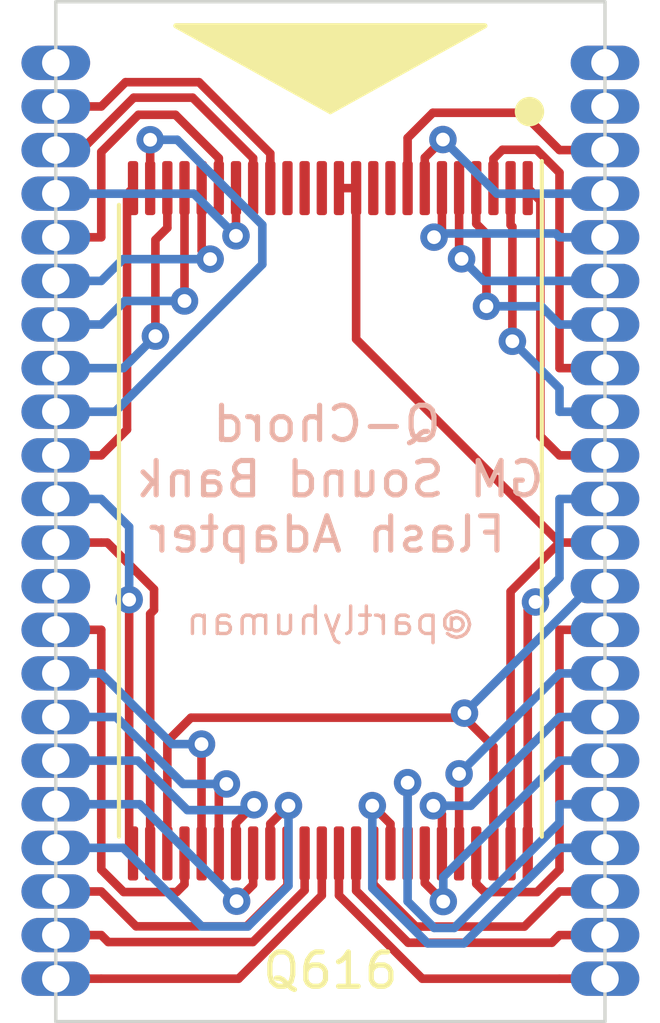
<source format=kicad_pcb>
(kicad_pcb (version 20221018) (generator pcbnew)
  (layers (0 "F.Cu" signal) (31 "B.Cu" signal) (34 "B.Paste" user) (35 "F.Paste" user) (36 "B.SilkS" user "B.Silkscreen") (37 "F.SilkS" user "F.Silkscreen") (38 "B.Mask" user) (39 "F.Mask" user) (44 "Edge.Cuts" user))
  (net 0 "")
  (net 2 "/A18")
  (net 3 "/A17")
  (net 4 "/A7")
  (net 5 "/A6")
  (net 6 "/A5")
  (net 7 "/A4")
  (net 8 "/A3")
  (net 9 "/A2")
  (net 10 "/A1")
  (net 11 "/A0")
  (net 12 "/CE")
  (net 13 "/GND")
  (net 14 "/OE")
  (net 15 "/Q0")
  (net 16 "/Q8")
  (net 17 "/Q1")
  (net 18 "/Q9")
  (net 19 "/Q2")
  (net 20 "/Q10")
  (net 21 "/Q3")
  (net 22 "/Q11")
  (net 23 "/VCC")
  (net 24 "/Q4")
  (net 25 "/Q12")
  (net 26 "/Q5")
  (net 27 "/Q13")
  (net 28 "/Q6")
  (net 29 "/Q14")
  (net 30 "/Q7")
  (net 31 "/Q15")
  (net 32 "/BYTE")
  (net 33 "/A16")
  (net 34 "/A15")
  (net 35 "/A14")
  (net 36 "/A13")
  (net 37 "/A12")
  (net 38 "/A11")
  (net 39 "/A10")
  (net 40 "/A9")
  (net 41 "/A8")
  (footprint "Package_SO:TSOP-I-48_18.4x12mm_P0.5mm" (layer "F.Cu") (at 94.5 77.415 -90)
    (fp_text reference "U2" hide)
    (fp_text value "8Mbit Flash" hide)
    (fp_line (start 0 -6.16) (end -10.475 -6.16) (stroke (width 0.12)) (layer "F.SilkS"))
    (fp_line (start 0 -6.16) (end 9.2 -6.16) (stroke (width 0.12)) (layer "F.SilkS"))
    (fp_line (start 0 6.16) (end -9.2 6.16) (stroke (width 0.12)) (layer "F.SilkS"))
    (fp_line (start 0 6.16) (end 9.2 6.16) (stroke (width 0.12)) (layer "F.SilkS"))
    (pad "1" smd roundrect (at -9.6875 -5.75 270) (size 1.575 0.3) (layers "F.Cu" "F.Paste" "F.Mask") (net 34 "/A15"))
    (pad "2" smd roundrect (at -9.6875 -5.25 270) (size 1.575 0.3) (layers "F.Cu" "F.Paste" "F.Mask") (net 35 "/A14"))
    (pad "3" smd roundrect (at -9.6875 -4.75 270) (size 1.575 0.3) (layers "F.Cu" "F.Paste" "F.Mask") (net 36 "/A13"))
    (pad "4" smd roundrect (at -9.6875 -4.25 270) (size 1.575 0.3) (layers "F.Cu" "F.Paste" "F.Mask") (net 37 "/A12"))
    (pad "5" smd roundrect (at -9.6875 -3.75 270) (size 1.575 0.3) (layers "F.Cu" "F.Paste" "F.Mask") (net 38 "/A11"))
    (pad "6" smd roundrect (at -9.6875 -3.25 270) (size 1.575 0.3) (layers "F.Cu" "F.Paste" "F.Mask") (net 39 "/A10"))
    (pad "7" smd roundrect (at -9.6875 -2.75 270) (size 1.575 0.3) (layers "F.Cu" "F.Paste" "F.Mask") (net 40 "/A9"))
    (pad "8" smd roundrect (at -9.6875 -2.25 270) (size 1.575 0.3) (layers "F.Cu" "F.Paste" "F.Mask") (net 41 "/A8"))
    (pad "9" smd roundrect (at -9.6875 -1.75 270) (size 1.575 0.3) (layers "F.Cu" "F.Paste" "F.Mask"))
    (pad "10" smd roundrect (at -9.6875 -1.25 270) (size 1.575 0.3) (layers "F.Cu" "F.Paste" "F.Mask"))
    (pad "11" smd roundrect (at -9.6875 -0.75 270) (size 1.575 0.3) (layers "F.Cu" "F.Paste" "F.Mask") (net 32 "/BYTE"))
    (pad "12" smd roundrect (at -9.6875 -0.25 270) (size 1.575 0.3) (layers "F.Cu" "F.Paste" "F.Mask") (net 32 "/BYTE"))
    (pad "13" smd roundrect (at -9.6875 0.25 270) (size 1.575 0.3) (layers "F.Cu" "F.Paste" "F.Mask"))
    (pad "14" smd roundrect (at -9.6875 0.75 270) (size 1.575 0.3) (layers "F.Cu" "F.Paste" "F.Mask"))
    (pad "15" smd roundrect (at -9.6875 1.25 270) (size 1.575 0.3) (layers "F.Cu" "F.Paste" "F.Mask"))
    (pad "16" smd roundrect (at -9.6875 1.75 270) (size 1.575 0.3) (layers "F.Cu" "F.Paste" "F.Mask") (net 2 "/A18"))
    (pad "17" smd roundrect (at -9.6875 2.25 270) (size 1.575 0.3) (layers "F.Cu" "F.Paste" "F.Mask") (net 3 "/A17"))
    (pad "18" smd roundrect (at -9.6875 2.75 270) (size 1.575 0.3) (layers "F.Cu" "F.Paste" "F.Mask") (net 4 "/A7"))
    (pad "19" smd roundrect (at -9.6875 3.25 270) (size 1.575 0.3) (layers "F.Cu" "F.Paste" "F.Mask") (net 5 "/A6"))
    (pad "20" smd roundrect (at -9.6875 3.75 270) (size 1.575 0.3) (layers "F.Cu" "F.Paste" "F.Mask") (net 6 "/A5"))
    (pad "21" smd roundrect (at -9.6875 4.25 270) (size 1.575 0.3) (layers "F.Cu" "F.Paste" "F.Mask") (net 7 "/A4"))
    (pad "22" smd roundrect (at -9.6875 4.75 270) (size 1.575 0.3) (layers "F.Cu" "F.Paste" "F.Mask") (net 8 "/A3"))
    (pad "23" smd roundrect (at -9.6875 5.25 270) (size 1.575 0.3) (layers "F.Cu" "F.Paste" "F.Mask") (net 9 "/A2"))
    (pad "24" smd roundrect (at -9.6875 5.75 270) (size 1.575 0.3) (layers "F.Cu" "F.Paste" "F.Mask") (net 10 "/A1"))
    (pad "25" smd roundrect (at 9.6875 5.75 270) (size 1.575 0.3) (layers "F.Cu" "F.Paste" "F.Mask") (net 11 "/A0"))
    (pad "26" smd roundrect (at 9.6875 5.25 270) (size 1.575 0.3) (layers "F.Cu" "F.Paste" "F.Mask") (net 12 "/CE"))
    (pad "27" smd roundrect (at 9.6875 4.75 270) (size 1.575 0.3) (layers "F.Cu" "F.Paste" "F.Mask") (net 13 "/GND"))
    (pad "28" smd roundrect (at 9.6875 4.25 270) (size 1.575 0.3) (layers "F.Cu" "F.Paste" "F.Mask") (net 14 "/OE"))
    (pad "29" smd roundrect (at 9.6875 3.75 270) (size 1.575 0.3) (layers "F.Cu" "F.Paste" "F.Mask") (net 15 "/Q0"))
    (pad "30" smd roundrect (at 9.6875 3.25 270) (size 1.575 0.3) (layers "F.Cu" "F.Paste" "F.Mask") (net 16 "/Q8"))
    (pad "31" smd roundrect (at 9.6875 2.75 270) (size 1.575 0.3) (layers "F.Cu" "F.Paste" "F.Mask") (net 17 "/Q1"))
    (pad "32" smd roundrect (at 9.6875 2.25 270) (size 1.575 0.3) (layers "F.Cu" "F.Paste" "F.Mask") (net 18 "/Q9"))
    (pad "33" smd roundrect (at 9.6875 1.75 270) (size 1.575 0.3) (layers "F.Cu" "F.Paste" "F.Mask") (net 19 "/Q2"))
    (pad "34" smd roundrect (at 9.6875 1.25 270) (size 1.575 0.3) (layers "F.Cu" "F.Paste" "F.Mask") (net 20 "/Q10"))
    (pad "35" smd roundrect (at 9.6875 0.75 270) (size 1.575 0.3) (layers "F.Cu" "F.Paste" "F.Mask") (net 21 "/Q3"))
    (pad "36" smd roundrect (at 9.6875 0.25 270) (size 1.575 0.3) (layers "F.Cu" "F.Paste" "F.Mask") (net 22 "/Q11"))
    (pad "37" smd roundrect (at 9.6875 -0.25 270) (size 1.575 0.3) (layers "F.Cu" "F.Paste" "F.Mask") (net 23 "/VCC"))
    (pad "38" smd roundrect (at 9.6875 -0.75 270) (size 1.575 0.3) (layers "F.Cu" "F.Paste" "F.Mask") (net 24 "/Q4"))
    (pad "39" smd roundrect (at 9.6875 -1.25 270) (size 1.575 0.3) (layers "F.Cu" "F.Paste" "F.Mask") (net 25 "/Q12"))
    (pad "40" smd roundrect (at 9.6875 -1.75 270) (size 1.575 0.3) (layers "F.Cu" "F.Paste" "F.Mask") (net 26 "/Q5"))
    (pad "41" smd roundrect (at 9.6875 -2.25 270) (size 1.575 0.3) (layers "F.Cu" "F.Paste" "F.Mask") (net 27 "/Q13"))
    (pad "42" smd roundrect (at 9.6875 -2.75 270) (size 1.575 0.3) (layers "F.Cu" "F.Paste" "F.Mask") (net 28 "/Q6"))
    (pad "43" smd roundrect (at 9.6875 -3.25 270) (size 1.575 0.3) (layers "F.Cu" "F.Paste" "F.Mask") (net 29 "/Q14"))
    (pad "44" smd roundrect (at 9.6875 -3.75 270) (size 1.575 0.3) (layers "F.Cu" "F.Paste" "F.Mask") (net 30 "/Q7"))
    (pad "45" smd roundrect (at 9.6875 -4.25 270) (size 1.575 0.3) (layers "F.Cu" "F.Paste" "F.Mask") (net 31 "/Q15"))
    (pad "46" smd roundrect (at 9.6875 -4.75 270) (size 1.575 0.3) (layers "F.Cu" "F.Paste" "F.Mask") (net 13 "/GND"))
    (pad "47" smd roundrect (at 9.6875 -5.25 270) (size 1.575 0.3) (layers "F.Cu" "F.Paste" "F.Mask") (net 32 "/BYTE"))
    (pad "48" smd roundrect (at 9.6875 -5.75 270) (size 1.575 0.3) (layers "F.Cu" "F.Paste" "F.Mask") (net 33 "/A16"))
  )
  (footprint "QChord_Soundbank:PSOP-44_Castellated" (layer "F.Cu") (at 94.5 77.415)
    (fp_text reference "U1" hide)
    (fp_text value "8Mbit ROM" hide)
    (pad "1" thru_hole oval (at -8 -13.335) (size 2 1) (drill 0.8) (property pad_prop_castellated) (layers "*.Cu" "*.Mask"))
    (pad "2" thru_hole oval (at -8 -12.065) (size 2 1) (drill 0.8) (property pad_prop_castellated) (layers "*.Cu" "*.Mask") (net 2 "/A18"))
    (pad "3" thru_hole oval (at -8 -10.795) (size 2 1) (drill 0.8) (property pad_prop_castellated) (layers "*.Cu" "*.Mask") (net 3 "/A17"))
    (pad "4" thru_hole oval (at -8 -9.525) (size 2 1) (drill 0.8) (property pad_prop_castellated) (layers "*.Cu" "*.Mask") (net 4 "/A7"))
    (pad "5" thru_hole oval (at -8 -8.255) (size 2 1) (drill 0.8) (property pad_prop_castellated) (layers "*.Cu" "*.Mask") (net 5 "/A6"))
    (pad "6" thru_hole oval (at -8 -6.985) (size 2 1) (drill 0.8) (property pad_prop_castellated) (layers "*.Cu" "*.Mask") (net 6 "/A5"))
    (pad "7" thru_hole oval (at -8 -5.715) (size 2 1) (drill 0.8) (property pad_prop_castellated) (layers "*.Cu" "*.Mask") (net 7 "/A4"))
    (pad "8" thru_hole oval (at -8 -4.445) (size 2 1) (drill 0.8) (property pad_prop_castellated) (layers "*.Cu" "*.Mask") (net 8 "/A3"))
    (pad "9" thru_hole oval (at -8 -3.175) (size 2 1) (drill 0.8) (property pad_prop_castellated) (layers "*.Cu" "*.Mask") (net 9 "/A2"))
    (pad "10" thru_hole oval (at -8 -1.905) (size 2 1) (drill 0.8) (property pad_prop_castellated) (layers "*.Cu" "*.Mask") (net 10 "/A1"))
    (pad "11" thru_hole oval (at -8 -0.635) (size 2 1) (drill 0.8) (property pad_prop_castellated) (layers "*.Cu" "*.Mask") (net 11 "/A0"))
    (pad "12" thru_hole oval (at -8 0.635) (size 2 1) (drill 0.8) (property pad_prop_castellated) (layers "*.Cu" "*.Mask") (net 12 "/CE"))
    (pad "13" thru_hole oval (at -8 1.905) (size 2 1) (drill 0.8) (property pad_prop_castellated) (layers "*.Cu" "*.Mask"))
    (pad "14" thru_hole oval (at -8 3.175) (size 2 1) (drill 0.8) (property pad_prop_castellated) (layers "*.Cu" "*.Mask") (net 14 "/OE"))
    (pad "15" thru_hole oval (at -8 4.445) (size 2 1) (drill 0.8) (property pad_prop_castellated) (layers "*.Cu" "*.Mask") (net 15 "/Q0"))
    (pad "16" thru_hole oval (at -8 5.715) (size 2 1) (drill 0.8) (property pad_prop_castellated) (layers "*.Cu" "*.Mask") (net 16 "/Q8"))
    (pad "17" thru_hole oval (at -8 6.985) (size 2 1) (drill 0.8) (property pad_prop_castellated) (layers "*.Cu" "*.Mask") (net 17 "/Q1"))
    (pad "18" thru_hole oval (at -8 8.255) (size 2 1) (drill 0.8) (property pad_prop_castellated) (layers "*.Cu" "*.Mask") (net 18 "/Q9"))
    (pad "19" thru_hole oval (at -8 9.525) (size 2 1) (drill 0.8) (property pad_prop_castellated) (layers "*.Cu" "*.Mask") (net 19 "/Q2"))
    (pad "20" thru_hole oval (at -8 10.795) (size 2 1) (drill 0.8) (property pad_prop_castellated) (layers "*.Cu" "*.Mask") (net 20 "/Q10"))
    (pad "21" thru_hole oval (at -8 12.065) (size 2 1) (drill 0.8) (property pad_prop_castellated) (layers "*.Cu" "*.Mask") (net 21 "/Q3"))
    (pad "22" thru_hole oval (at -8 13.335) (size 2 1) (drill 0.8) (property pad_prop_castellated) (layers "*.Cu" "*.Mask") (net 22 "/Q11"))
    (pad "23" thru_hole oval (at 8 13.335) (size 2 1) (drill 0.8) (property pad_prop_castellated) (layers "*.Cu" "*.Mask") (net 23 "/VCC"))
    (pad "24" thru_hole oval (at 8 12.065) (size 2 1) (drill 0.8) (property pad_prop_castellated) (layers "*.Cu" "*.Mask") (net 24 "/Q4"))
    (pad "25" thru_hole oval (at 8 10.795) (size 2 1) (drill 0.8) (property pad_prop_castellated) (layers "*.Cu" "*.Mask") (net 25 "/Q12"))
    (pad "26" thru_hole oval (at 8 9.525) (size 2 1) (drill 0.8) (property pad_prop_castellated) (layers "*.Cu" "*.Mask") (net 26 "/Q5"))
    (pad "27" thru_hole oval (at 8 8.255) (size 2 1) (drill 0.8) (property pad_prop_castellated) (layers "*.Cu" "*.Mask") (net 27 "/Q13"))
    (pad "28" thru_hole oval (at 8 6.985) (size 2 1) (drill 0.8) (property pad_prop_castellated) (layers "*.Cu" "*.Mask") (net 28 "/Q6"))
    (pad "29" thru_hole oval (at 8 5.715) (size 2 1) (drill 0.8) (property pad_prop_castellated) (layers "*.Cu" "*.Mask") (net 29 "/Q14"))
    (pad "30" thru_hole oval (at 8 4.445) (size 2 1) (drill 0.8) (property pad_prop_castellated) (layers "*.Cu" "*.Mask") (net 30 "/Q7"))
    (pad "31" thru_hole oval (at 8 3.175) (size 2 1) (drill 0.8) (property pad_prop_castellated) (layers "*.Cu" "*.Mask") (net 31 "/Q15"))
    (pad "32" thru_hole oval (at 8 1.905) (size 2 1) (drill 0.8) (property pad_prop_castellated) (layers "*.Cu" "*.Mask") (net 13 "/GND"))
    (pad "33" thru_hole oval (at 8 0.635) (size 2 1) (drill 0.8) (property pad_prop_castellated) (layers "*.Cu" "*.Mask") (net 32 "/BYTE"))
    (pad "34" thru_hole oval (at 8 -0.635) (size 2 1) (drill 0.8) (property pad_prop_castellated) (layers "*.Cu" "*.Mask") (net 33 "/A16"))
    (pad "35" thru_hole oval (at 8 -1.905) (size 2 1) (drill 0.8) (property pad_prop_castellated) (layers "*.Cu" "*.Mask") (net 34 "/A15"))
    (pad "36" thru_hole oval (at 8 -3.175) (size 2 1) (drill 0.8) (property pad_prop_castellated) (layers "*.Cu" "*.Mask") (net 35 "/A14"))
    (pad "37" thru_hole oval (at 8 -4.445) (size 2 1) (drill 0.8) (property pad_prop_castellated) (layers "*.Cu" "*.Mask") (net 36 "/A13"))
    (pad "38" thru_hole oval (at 8 -5.715) (size 2 1) (drill 0.8) (property pad_prop_castellated) (layers "*.Cu" "*.Mask") (net 37 "/A12"))
    (pad "39" thru_hole oval (at 8 -6.985) (size 2 1) (drill 0.8) (property pad_prop_castellated) (layers "*.Cu" "*.Mask") (net 38 "/A11"))
    (pad "40" thru_hole oval (at 8 -8.255) (size 2 1) (drill 0.8) (property pad_prop_castellated) (layers "*.Cu" "*.Mask") (net 39 "/A10"))
    (pad "41" thru_hole oval (at 8 -9.525) (size 2 1) (drill 0.8) (property pad_prop_castellated) (layers "*.Cu" "*.Mask") (net 40 "/A9"))
    (pad "42" thru_hole oval (at 8 -10.795) (size 2 1) (drill 0.8) (property pad_prop_castellated) (layers "*.Cu" "*.Mask") (net 41 "/A8"))
    (pad "43" thru_hole oval (at 8 -12.065) (size 2 1) (drill 0.8) (property pad_prop_castellated) (layers "*.Cu" "*.Mask"))
    (pad "44" thru_hole oval (at 8 -13.335) (size 2 1) (drill 0.8) (property pad_prop_castellated) (layers "*.Cu" "*.Mask"))
  )
  (gr_poly (pts (xy 90 63) (xy 99 63) (xy 94.5 65.5)) (stroke (width 0.15)) (fill solid) (layer "F.SilkS"))
  (gr_circle (center 100.3 65.5) (end 100.653553 65.5) (stroke (width 0.15)) (fill solid) (layer "F.SilkS"))
  (gr_rect (start 86.5 62.3) (end 102.5 92) (stroke (width 0.1)) (fill none) (layer "Edge.Cuts"))
  (gr_text "Q-Chord\nGM Sound Bank \nFlash Adapter" (at 94.4 78.4) (layer "B.SilkS") (effects (font (size 1 1)) (justify bottom mirror)))
  (gr_text "@partlyhuman" (at 94.5 80.8) (layer "B.SilkS") (effects (font (size 0.8 0.8) (thickness 0.1)) (justify bottom mirror)))
  (gr_text "Q616" (at 94.5 91.1) (layer "F.SilkS") (effects (font (size 1 1)) (justify bottom)))
  (segment (start 92.75 66.7197) (end 90.6738 64.6435) (width 0.25) (layer "F.Cu") (net 2))
  (segment (start 88.5316 64.6435) (end 87.8251 65.35) (width 0.25) (layer "F.Cu") (net 2))
  (segment (start 92.75 67.7275) (end 92.75 66.7197) (width 0.25) (layer "F.Cu") (net 2))
  (segment (start 86.5 65.35) (end 87.8251 65.35) (width 0.25) (layer "F.Cu") (net 2))
  (segment (start 90.6738 64.6435) (end 88.5316 64.6435) (width 0.25) (layer "F.Cu") (net 2))
  (segment (start 87.2438 66.62) (end 86.5 66.62) (width 0.25) (layer "F.Cu") (net 3))
  (segment (start 88.7701 65.0937) (end 87.2438 66.62) (width 0.25) (layer "F.Cu") (net 3))
  (segment (start 92.25 66.8564) (end 90.4873 65.0937) (width 0.25) (layer "F.Cu") (net 3))
  (segment (start 90.4873 65.0937) (end 88.7701 65.0937) (width 0.25) (layer "F.Cu") (net 3))
  (segment (start 92.25 67.7275) (end 92.25 66.8564) (width 0.25) (layer "F.Cu") (net 3))
  (segment (start 91.75 67.7275) (end 91.75 69.1175) (width 0.25) (layer "F.Cu") (net 4))
  (via (at 91.75 69.1175) (size 0.8) (drill 0.4) (layers "F.Cu" "B.Cu") (net 4))
  (segment (start 90.5225 67.89) (end 91.75 69.1175) (width 0.25) (layer "B.Cu") (net 4))
  (segment (start 86.5 67.89) (end 90.5225 67.89) (width 0.25) (layer "B.Cu") (net 4))
  (segment (start 88.9078 65.5927) (end 87.8251 66.6754) (width 0.25) (layer "F.Cu") (net 5))
  (segment (start 86.5 69.16) (end 87.8251 69.16) (width 0.25) (layer "F.Cu") (net 5))
  (segment (start 89.9864 65.5927) (end 88.9078 65.5927) (width 0.25) (layer "F.Cu") (net 5))
  (segment (start 87.8251 66.6754) (end 87.8251 69.16) (width 0.25) (layer "F.Cu") (net 5))
  (segment (start 91.25 67.7275) (end 91.25 66.8563) (width 0.25) (layer "F.Cu") (net 5))
  (segment (start 91.25 66.8563) (end 89.9864 65.5927) (width 0.25) (layer "F.Cu") (net 5))
  (segment (start 90.75 69.5493) (end 90.75 67.7275) (width 0.25) (layer "F.Cu") (net 6))
  (segment (start 90.9968 69.7961) (end 90.75 69.5493) (width 0.25) (layer "F.Cu") (net 6))
  (via (at 90.9968 69.7961) (size 0.8) (drill 0.4) (layers "F.Cu" "B.Cu") (net 6))
  (segment (start 88.459 69.7961) (end 90.9968 69.7961) (width 0.25) (layer "B.Cu") (net 6))
  (segment (start 87.8251 70.43) (end 88.459 69.7961) (width 0.25) (layer "B.Cu") (net 6))
  (segment (start 86.5 70.43) (end 87.8251 70.43) (width 0.25) (layer "B.Cu") (net 6))
  (segment (start 90.25 67.7275) (end 90.25 71.0143) (width 0.25) (layer "F.Cu") (net 7))
  (via (at 90.25 71.0143) (size 0.8) (drill 0.4) (layers "F.Cu" "B.Cu") (net 7))
  (segment (start 88.5108 71.0143) (end 90.25 71.0143) (width 0.25) (layer "B.Cu") (net 7))
  (segment (start 87.8251 71.7) (end 88.5108 71.0143) (width 0.25) (layer "B.Cu") (net 7))
  (segment (start 86.5 71.7) (end 87.8251 71.7) (width 0.25) (layer "B.Cu") (net 7))
  (segment (start 89.75 68.8861) (end 89.4024 69.2337) (width 0.25) (layer "F.Cu") (net 8))
  (segment (start 89.4024 69.2337) (end 89.4024 72.0378) (width 0.25) (layer "F.Cu") (net 8))
  (segment (start 89.75 67.7275) (end 89.75 68.8861) (width 0.25) (layer "F.Cu") (net 8))
  (via (at 89.4024 72.0378) (size 0.8) (drill 0.4) (layers "F.Cu" "B.Cu") (net 8))
  (segment (start 88.4702 72.97) (end 86.5 72.97) (width 0.25) (layer "B.Cu") (net 8))
  (segment (start 89.4024 72.0378) (end 88.4702 72.97) (width 0.25) (layer "B.Cu") (net 8))
  (segment (start 89.25 67.7275) (end 89.25 66.3198) (width 0.25) (layer "F.Cu") (net 9))
  (via (at 89.25 66.3198) (size 0.8) (drill 0.4) (layers "F.Cu" "B.Cu") (net 9))
  (segment (start 88.2257 74.24) (end 92.5171 69.9486) (width 0.25) (layer "B.Cu") (net 9))
  (segment (start 90.0378 66.3198) (end 89.25 66.3198) (width 0.25) (layer "B.Cu") (net 9))
  (segment (start 92.5171 68.7991) (end 90.0378 66.3198) (width 0.25) (layer "B.Cu") (net 9))
  (segment (start 92.5171 69.9486) (end 92.5171 68.7991) (width 0.25) (layer "B.Cu") (net 9))
  (segment (start 86.5 74.24) (end 88.2257 74.24) (width 0.25) (layer "B.Cu") (net 9))
  (segment (start 88.5756 74.7595) (end 87.8251 75.51) (width 0.25) (layer "F.Cu") (net 10))
  (segment (start 86.5 75.51) (end 87.8251 75.51) (width 0.25) (layer "F.Cu") (net 10))
  (segment (start 88.5756 67.9019) (end 88.5756 74.7595) (width 0.25) (layer "F.Cu") (net 10))
  (segment (start 88.75 67.7275) (end 88.5756 67.9019) (width 0.25) (layer "F.Cu") (net 10))
  (segment (start 88.75 87.1025) (end 88.6378 86.9903) (width 0.25) (layer "F.Cu") (net 11))
  (segment (start 88.6378 86.9903) (end 88.6378 79.712) (width 0.25) (layer "F.Cu") (net 11))
  (via (at 88.6378 79.712) (size 0.8) (drill 0.4) (layers "F.Cu" "B.Cu") (net 11))
  (segment (start 88.6378 77.5927) (end 87.8251 76.78) (width 0.25) (layer "B.Cu") (net 11))
  (segment (start 86.5 76.78) (end 87.8251 76.78) (width 0.25) (layer "B.Cu") (net 11))
  (segment (start 88.6378 79.712) (end 88.6378 77.5927) (width 0.25) (layer "B.Cu") (net 11))
  (segment (start 86.5 78.05) (end 87.8251 78.05) (width 0.25) (layer "F.Cu") (net 12))
  (segment (start 89.25 80.1253) (end 89.3629 80.0124) (width 0.25) (layer "F.Cu") (net 12))
  (segment (start 89.3629 80.0124) (end 89.3629 79.4116) (width 0.25) (layer "F.Cu") (net 12))
  (segment (start 89.3629 79.4116) (end 88.0013 78.05) (width 0.25) (layer "F.Cu") (net 12))
  (segment (start 89.25 87.1025) (end 89.25 80.1253) (width 0.25) (layer "F.Cu") (net 12))
  (segment (start 88.0013 78.05) (end 87.8251 78.05) (width 0.25) (layer "F.Cu") (net 12))
  (segment (start 98.4062 83.1494) (end 98.4062 83.0168) (width 0.25) (layer "F.Cu") (net 13))
  (segment (start 90.4372 83.1494) (end 89.75 83.8366) (width 0.25) (layer "F.Cu") (net 13))
  (segment (start 99.25 83.9932) (end 98.4062 83.1494) (width 0.25) (layer "F.Cu") (net 13))
  (segment (start 98.4062 83.1494) (end 90.4372 83.1494) (width 0.25) (layer "F.Cu") (net 13))
  (segment (start 99.25 87.1025) (end 99.25 83.9932) (width 0.25) (layer "F.Cu") (net 13))
  (segment (start 89.75 83.8366) (end 89.75 87.1025) (width 0.25) (layer "F.Cu") (net 13))
  (via (at 98.4062 83.0168) (size 0.8) (drill 0.4) (layers "F.Cu" "B.Cu") (net 13))
  (segment (start 102.5 79.32) (end 102.103 79.32) (width 0.25) (layer "B.Cu") (net 13))
  (segment (start 102.103 79.32) (end 98.4062 83.0168) (width 0.25) (layer "B.Cu") (net 13))
  (segment (start 90.25 87.1025) (end 90.25 87.9998) (width 0.25) (layer "F.Cu") (net 14))
  (segment (start 87.8251 87.5733) (end 87.8251 80.59) (width 0.25) (layer "F.Cu") (net 14))
  (segment (start 86.5 80.59) (end 87.8251 80.59) (width 0.25) (layer "F.Cu") (net 14))
  (segment (start 90.25 87.9998) (end 90.0229 88.2269) (width 0.25) (layer "F.Cu") (net 14))
  (segment (start 88.4787 88.2269) (end 87.8251 87.5733) (width 0.25) (layer "F.Cu") (net 14))
  (segment (start 90.0229 88.2269) (end 88.4787 88.2269) (width 0.25) (layer "F.Cu") (net 14))
  (segment (start 90.7456 87.0981) (end 90.7456 83.9186) (width 0.25) (layer "F.Cu") (net 15))
  (segment (start 90.75 87.1025) (end 90.7456 87.0981) (width 0.25) (layer "F.Cu") (net 15))
  (via (at 90.7456 83.9186) (size 0.8) (drill 0.4) (layers "F.Cu" "B.Cu") (net 15))
  (segment (start 86.5 81.86) (end 87.8251 81.86) (width 0.25) (layer "B.Cu") (net 15))
  (segment (start 87.8251 81.86) (end 89.8837 83.9186) (width 0.25) (layer "B.Cu") (net 15))
  (segment (start 89.8837 83.9186) (end 90.7456 83.9186) (width 0.25) (layer "B.Cu") (net 15))
  (segment (start 91.25 87.1025) (end 91.25 85.2991) (width 0.25) (layer "F.Cu") (net 16))
  (segment (start 91.25 85.2991) (end 91.4707 85.0784) (width 0.25) (layer "F.Cu") (net 16))
  (via (at 91.4707 85.0784) (size 0.8) (drill 0.4) (layers "F.Cu" "B.Cu") (net 16))
  (segment (start 88.2601 83.13) (end 90.2085 85.0784) (width 0.25) (layer "B.Cu") (net 16))
  (segment (start 86.5 83.13) (end 87.8251 83.13) (width 0.25) (layer "B.Cu") (net 16))
  (segment (start 87.8251 83.13) (end 88.2601 83.13) (width 0.25) (layer "B.Cu") (net 16))
  (segment (start 90.2085 85.0784) (end 91.4707 85.0784) (width 0.25) (layer "B.Cu") (net 16))
  (segment (start 91.75 86.2136) (end 92.2787 85.6849) (width 0.25) (layer "F.Cu") (net 17))
  (segment (start 91.75 87.1025) (end 91.75 86.2136) (width 0.25) (layer "F.Cu") (net 17))
  (via (at 92.2787 85.6849) (size 0.8) (drill 0.4) (layers "F.Cu" "B.Cu") (net 17))
  (segment (start 88.8935 84.4) (end 90.3345 85.841) (width 0.25) (layer "B.Cu") (net 17))
  (segment (start 90.3345 85.841) (end 92.1226 85.841) (width 0.25) (layer "B.Cu") (net 17))
  (segment (start 92.1226 85.841) (end 92.2787 85.6849) (width 0.25) (layer "B.Cu") (net 17))
  (segment (start 86.5 84.4) (end 88.8935 84.4) (width 0.25) (layer "B.Cu") (net 17))
  (segment (start 92.25 88.0101) (end 91.768 88.4921) (width 0.25) (layer "F.Cu") (net 18))
  (segment (start 92.25 87.1025) (end 92.25 88.0101) (width 0.25) (layer "F.Cu") (net 18))
  (via (at 91.768 88.4921) (size 0.8) (drill 0.4) (layers "F.Cu" "B.Cu") (net 18))
  (segment (start 86.5 85.67) (end 88.9459 85.67) (width 0.25) (layer "B.Cu") (net 18))
  (segment (start 88.9459 85.67) (end 91.768 88.4921) (width 0.25) (layer "B.Cu") (net 18))
  (segment (start 92.75 87.1025) (end 92.75 86.2393) (width 0.25) (layer "F.Cu") (net 19))
  (segment (start 92.75 86.2393) (end 93.2792 85.7101) (width 0.25) (layer "F.Cu") (net 19))
  (via (at 93.2792 85.7101) (size 0.8) (drill 0.4) (layers "F.Cu" "B.Cu") (net 19))
  (segment (start 86.5 86.94) (end 88.4633 86.94) (width 0.25) (layer "B.Cu") (net 19))
  (segment (start 92.0956 89.2297) (end 93.2792 88.0461) (width 0.25) (layer "B.Cu") (net 19))
  (segment (start 88.4633 86.94) (end 90.753 89.2297) (width 0.25) (layer "B.Cu") (net 19))
  (segment (start 90.753 89.2297) (end 92.0956 89.2297) (width 0.25) (layer "B.Cu") (net 19))
  (segment (start 93.2792 88.0461) (end 93.2792 85.7101) (width 0.25) (layer "B.Cu") (net 19))
  (segment (start 86.5 88.21) (end 87.8251 88.21) (width 0.25) (layer "F.Cu") (net 20))
  (segment (start 93.25 88.0371) (end 92.0622 89.2249) (width 0.25) (layer "F.Cu") (net 20))
  (segment (start 93.25 87.1025) (end 93.25 88.0371) (width 0.25) (layer "F.Cu") (net 20))
  (segment (start 88.84 89.2249) (end 87.8251 88.21) (width 0.25) (layer "F.Cu") (net 20))
  (segment (start 92.0622 89.2249) (end 88.84 89.2249) (width 0.25) (layer "F.Cu") (net 20))
  (segment (start 92.2423 89.6828) (end 93.75 88.1751) (width 0.25) (layer "F.Cu") (net 21))
  (segment (start 86.5 89.48) (end 87.8251 89.48) (width 0.25) (layer "F.Cu") (net 21))
  (segment (start 87.8251 89.48) (end 88.0279 89.6828) (width 0.25) (layer "F.Cu") (net 21))
  (segment (start 93.75 88.1751) (end 93.75 87.1025) (width 0.25) (layer "F.Cu") (net 21))
  (segment (start 88.0279 89.6828) (end 92.2423 89.6828) (width 0.25) (layer "F.Cu") (net 21))
  (segment (start 94.25 88.3257) (end 94.25 87.1025) (width 0.25) (layer "F.Cu") (net 22))
  (segment (start 87.8251 90.75) (end 91.8257 90.75) (width 0.25) (layer "F.Cu") (net 22))
  (segment (start 86.5 90.75) (end 87.8251 90.75) (width 0.25) (layer "F.Cu") (net 22))
  (segment (start 91.8257 90.75) (end 94.25 88.3257) (width 0.25) (layer "F.Cu") (net 22))
  (segment (start 94.75 87.1025) (end 94.75 88.3236) (width 0.25) (layer "F.Cu") (net 23))
  (segment (start 97.1764 90.75) (end 101.1749 90.75) (width 0.25) (layer "F.Cu") (net 23))
  (segment (start 102.5 90.75) (end 101.1749 90.75) (width 0.25) (layer "F.Cu") (net 23))
  (segment (start 94.75 88.3236) (end 97.1764 90.75) (width 0.25) (layer "F.Cu") (net 23))
  (segment (start 96.7655 89.7024) (end 100.9525 89.7024) (width 0.25) (layer "F.Cu") (net 24))
  (segment (start 95.25 88.1869) (end 96.7655 89.7024) (width 0.25) (layer "F.Cu") (net 24))
  (segment (start 100.9525 89.7024) (end 101.1749 89.48) (width 0.25) (layer "F.Cu") (net 24))
  (segment (start 95.25 87.1025) (end 95.25 88.1869) (width 0.25) (layer "F.Cu") (net 24))
  (segment (start 102.5 89.48) (end 101.1749 89.48) (width 0.25) (layer "F.Cu") (net 24))
  (segment (start 95.75 87.9965) (end 96.9856 89.2321) (width 0.25) (layer "F.Cu") (net 25))
  (segment (start 100.1528 89.2321) (end 101.1749 88.21) (width 0.25) (layer "F.Cu") (net 25))
  (segment (start 102.5 88.21) (end 101.1749 88.21) (width 0.25) (layer "F.Cu") (net 25))
  (segment (start 96.9856 89.2321) (end 100.1528 89.2321) (width 0.25) (layer "F.Cu") (net 25))
  (segment (start 95.75 87.1025) (end 95.75 87.9965) (width 0.25) (layer "F.Cu") (net 25))
  (segment (start 96.25 87.1025) (end 96.25 86.2392) (width 0.25) (layer "F.Cu") (net 26))
  (segment (start 96.25 86.2392) (end 95.7213 85.7105) (width 0.25) (layer "F.Cu") (net 26))
  (via (at 95.7213 85.7105) (size 0.8) (drill 0.4) (layers "F.Cu" "B.Cu") (net 26))
  (segment (start 95.7213 85.7105) (end 95.7213 88.1088) (width 0.25) (layer "B.Cu") (net 26))
  (segment (start 98.3925 89.7224) (end 101.1749 86.94) (width 0.25) (layer "B.Cu") (net 26))
  (segment (start 97.3349 89.7224) (end 98.3925 89.7224) (width 0.25) (layer "B.Cu") (net 26))
  (segment (start 95.7213 88.1088) (end 97.3349 89.7224) (width 0.25) (layer "B.Cu") (net 26))
  (segment (start 102.5 86.94) (end 101.1749 86.94) (width 0.25) (layer "B.Cu") (net 26))
  (segment (start 96.75 87.1025) (end 96.75 85.0418) (width 0.25) (layer "F.Cu") (net 27))
  (via (at 96.75 85.0418) (size 0.8) (drill 0.4) (layers "F.Cu" "B.Cu") (net 27))
  (segment (start 102.5 85.67) (end 101.1749 85.67) (width 0.25) (layer "B.Cu") (net 27))
  (segment (start 96.75 88.4972) (end 97.5247 89.2719) (width 0.25) (layer "B.Cu") (net 27))
  (segment (start 97.5247 89.2719) (end 98.1087 89.2719) (width 0.25) (layer "B.Cu") (net 27))
  (segment (start 98.1087 89.2719) (end 101.1749 86.2057) (width 0.25) (layer "B.Cu") (net 27))
  (segment (start 101.1749 86.2057) (end 101.1749 85.67) (width 0.25) (layer "B.Cu") (net 27))
  (segment (start 96.75 85.0418) (end 96.75 88.4972) (width 0.25) (layer "B.Cu") (net 27))
  (segment (start 97.25 87.1025) (end 97.25 87.9634) (width 0.25) (layer "F.Cu") (net 28))
  (segment (start 97.25 87.9634) (end 97.7892 88.5026) (width 0.25) (layer "F.Cu") (net 28))
  (via (at 97.7892 88.5026) (size 0.8) (drill 0.4) (layers "F.Cu" "B.Cu") (net 28))
  (segment (start 97.7892 87.7857) (end 97.7892 88.5026) (width 0.25) (layer "B.Cu") (net 28))
  (segment (start 102.5 84.4) (end 101.1749 84.4) (width 0.25) (layer "B.Cu") (net 28))
  (segment (start 101.1749 84.4) (end 97.7892 87.7857) (width 0.25) (layer "B.Cu") (net 28))
  (segment (start 97.75 87.1025) (end 97.75 85.9627) (width 0.25) (layer "F.Cu") (net 29))
  (segment (start 97.75 85.9627) (end 97.5 85.7127) (width 0.25) (layer "F.Cu") (net 29))
  (via (at 97.5 85.7127) (size 0.8) (drill 0.4) (layers "F.Cu" "B.Cu") (net 29))
  (segment (start 98.5922 85.7127) (end 101.1749 83.13) (width 0.25) (layer "B.Cu") (net 29))
  (segment (start 97.5 85.7127) (end 98.5922 85.7127) (width 0.25) (layer "B.Cu") (net 29))
  (segment (start 102.5 83.13) (end 101.1749 83.13) (width 0.25) (layer "B.Cu") (net 29))
  (segment (start 98.25 87.1025) (end 98.25 84.7849) (width 0.25) (layer "F.Cu") (net 30))
  (via (at 98.25 84.7849) (size 0.8) (drill 0.4) (layers "F.Cu" "B.Cu") (net 30))
  (segment (start 102.5 81.86) (end 101.1749 81.86) (width 0.25) (layer "B.Cu") (net 30))
  (segment (start 101.1749 81.86) (end 98.25 84.7849) (width 0.25) (layer "B.Cu") (net 30))
  (segment (start 101.1749 87.5733) (end 101.1749 80.59) (width 0.25) (layer "F.Cu") (net 31))
  (segment (start 98.9926 88.2269) (end 100.5213 88.2269) (width 0.25) (layer "F.Cu") (net 31))
  (segment (start 102.5 80.59) (end 101.1749 80.59) (width 0.25) (layer "F.Cu") (net 31))
  (segment (start 98.75 87.1025) (end 98.75 87.9843) (width 0.25) (layer "F.Cu") (net 31))
  (segment (start 98.75 87.9843) (end 98.9926 88.2269) (width 0.25) (layer "F.Cu") (net 31))
  (segment (start 100.5213 88.2269) (end 101.1749 87.5733) (width 0.25) (layer "F.Cu") (net 31))
  (segment (start 102.5 78.05) (end 101.1749 78.05) (width 0.25) (layer "F.Cu") (net 32))
  (segment (start 99.75 87.1025) (end 99.75 79.4749) (width 0.25) (layer "F.Cu") (net 32))
  (segment (start 101.1749 78.05) (end 95.25 72.1251) (width 0.25) (layer "F.Cu") (net 32))
  (segment (start 95.25 67.7275) (end 94.75 67.7275) (width 0.25) (layer "F.Cu") (net 32))
  (segment (start 95.25 72.1251) (end 95.25 67.7275) (width 0.25) (layer "F.Cu") (net 32))
  (segment (start 99.75 79.4749) (end 101.1749 78.05) (width 0.25) (layer "F.Cu") (net 32))
  (segment (start 100.25 87.1025) (end 100.25 80.0061) (width 0.25) (layer "F.Cu") (net 33))
  (segment (start 100.25 80.0061) (end 100.4765 79.7796) (width 0.25) (layer "F.Cu") (net 33))
  (via (at 100.4765 79.7796) (size 0.8) (drill 0.4) (layers "F.Cu" "B.Cu") (net 33))
  (segment (start 102.5 76.78) (end 101.1749 76.78) (width 0.25) (layer "B.Cu") (net 33))
  (segment (start 101.1749 76.78) (end 101.1749 79.0812) (width 0.25) (layer "B.Cu") (net 33))
  (segment (start 101.1749 79.0812) (end 100.4765 79.7796) (width 0.25) (layer "B.Cu") (net 33))
  (segment (start 102.5 75.51) (end 101.1749 75.51) (width 0.25) (layer "F.Cu") (net 34))
  (segment (start 100.6169 74.952) (end 100.6169 68.0944) (width 0.25) (layer "F.Cu") (net 34))
  (segment (start 101.1749 75.51) (end 100.6169 74.952) (width 0.25) (layer "F.Cu") (net 34))
  (segment (start 100.6169 68.0944) (end 100.25 67.7275) (width 0.25) (layer "F.Cu") (net 34))
  (segment (start 99.8021 68.8531) (end 99.75 68.801) (width 0.25) (layer "F.Cu") (net 35))
  (segment (start 99.75 68.801) (end 99.75 67.7275) (width 0.25) (layer "F.Cu") (net 35))
  (segment (start 99.8021 72.1875) (end 99.8021 68.8531) (width 0.25) (layer "F.Cu") (net 35))
  (via (at 99.8021 72.1875) (size 0.8) (drill 0.4) (layers "F.Cu" "B.Cu") (net 35))
  (segment (start 102.5 74.24) (end 101.1749 74.24) (width 0.25) (layer "B.Cu") (net 35))
  (segment (start 101.1749 73.5603) (end 99.8021 72.1875) (width 0.25) (layer "B.Cu") (net 35))
  (segment (start 101.1749 74.24) (end 101.1749 73.5603) (width 0.25) (layer "B.Cu") (net 35))
  (segment (start 99.25 66.8732) (end 99.5115 66.6117) (width 0.25) (layer "F.Cu") (net 36))
  (segment (start 99.25 67.7275) (end 99.25 66.8732) (width 0.25) (layer "F.Cu") (net 36))
  (segment (start 99.5115 66.6117) (end 100.509 66.6117) (width 0.25) (layer "F.Cu") (net 36))
  (segment (start 100.509 66.6117) (end 101.1749 67.2776) (width 0.25) (layer "F.Cu") (net 36))
  (segment (start 102.5 72.97) (end 101.1749 72.97) (width 0.25) (layer "F.Cu") (net 36))
  (segment (start 101.1749 67.2776) (end 101.1749 72.97) (width 0.25) (layer "F.Cu") (net 36))
  (segment (start 98.75 67.7275) (end 98.75 68.7652) (width 0.25) (layer "F.Cu") (net 37))
  (segment (start 98.75 68.7652) (end 99.0473 69.0625) (width 0.25) (layer "F.Cu") (net 37))
  (segment (start 99.0473 69.0625) (end 99.0473 71.1688) (width 0.25) (layer "F.Cu") (net 37))
  (via (at 99.0473 71.1688) (size 0.8) (drill 0.4) (layers "F.Cu" "B.Cu") (net 37))
  (segment (start 102.5 71.7) (end 101.1749 71.7) (width 0.25) (layer "B.Cu") (net 37))
  (segment (start 100.6437 71.1688) (end 99.0473 71.1688) (width 0.25) (layer "B.Cu") (net 37))
  (segment (start 101.1749 71.7) (end 100.6437 71.1688) (width 0.25) (layer "B.Cu") (net 37))
  (segment (start 98.25 67.7275) (end 98.25 69.7148) (width 0.25) (layer "F.Cu") (net 38))
  (segment (start 98.25 69.7148) (end 98.3221 69.7869) (width 0.25) (layer "F.Cu") (net 38))
  (via (at 98.3221 69.7869) (size 0.8) (drill 0.4) (layers "F.Cu" "B.Cu") (net 38))
  (segment (start 98.3221 69.7869) (end 98.9652 70.43) (width 0.25) (layer "B.Cu") (net 38))
  (segment (start 98.9652 70.43) (end 102.5 70.43) (width 0.25) (layer "B.Cu") (net 38))
  (segment (start 97.75 67.7275) (end 97.75 68.9258) (width 0.25) (layer "F.Cu") (net 39))
  (segment (start 97.75 68.9258) (end 97.5195 69.1563) (width 0.25) (layer "F.Cu") (net 39))
  (via (at 97.5195 69.1563) (size 0.8) (drill 0.4) (layers "F.Cu" "B.Cu") (net 39))
  (segment (start 97.627 69.0488) (end 101.0637 69.0488) (width 0.25) (layer "B.Cu") (net 39))
  (segment (start 101.0637 69.0488) (end 101.1749 69.16) (width 0.25) (layer "B.Cu") (net 39))
  (segment (start 102.5 69.16) (end 101.1749 69.16) (width 0.25) (layer "B.Cu") (net 39))
  (segment (start 97.5195 69.1563) (end 97.627 69.0488) (width 0.25) (layer "B.Cu") (net 39))
  (segment (start 97.25 67.7275) (end 97.25 66.8425) (width 0.25) (layer "F.Cu") (net 40))
  (segment (start 97.25 66.8425) (end 97.7788 66.3137) (width 0.25) (layer "F.Cu") (net 40))
  (via (at 97.7788 66.3137) (size 0.8) (drill 0.4) (layers "F.Cu" "B.Cu") (net 40))
  (segment (start 102.5 67.89) (end 99.3551 67.89) (width 0.25) (layer "B.Cu") (net 40))
  (segment (start 99.3551 67.89) (end 97.7788 66.3137) (width 0.25) (layer "B.Cu") (net 40))
  (segment (start 100.0884 65.5335) (end 97.4843 65.5335) (width 0.25) (layer "F.Cu") (net 41))
  (segment (start 96.75 66.2678) (end 96.75 67.7275) (width 0.25) (layer "F.Cu") (net 41))
  (segment (start 97.4843 65.5335) (end 96.75 66.2678) (width 0.25) (layer "F.Cu") (net 41))
  (segment (start 101.1749 66.62) (end 100.0884 65.5335) (width 0.25) (layer "F.Cu") (net 41))
  (segment (start 102.5 66.62) (end 101.1749 66.62) (width 0.25) (layer "F.Cu") (net 41))
)
</source>
